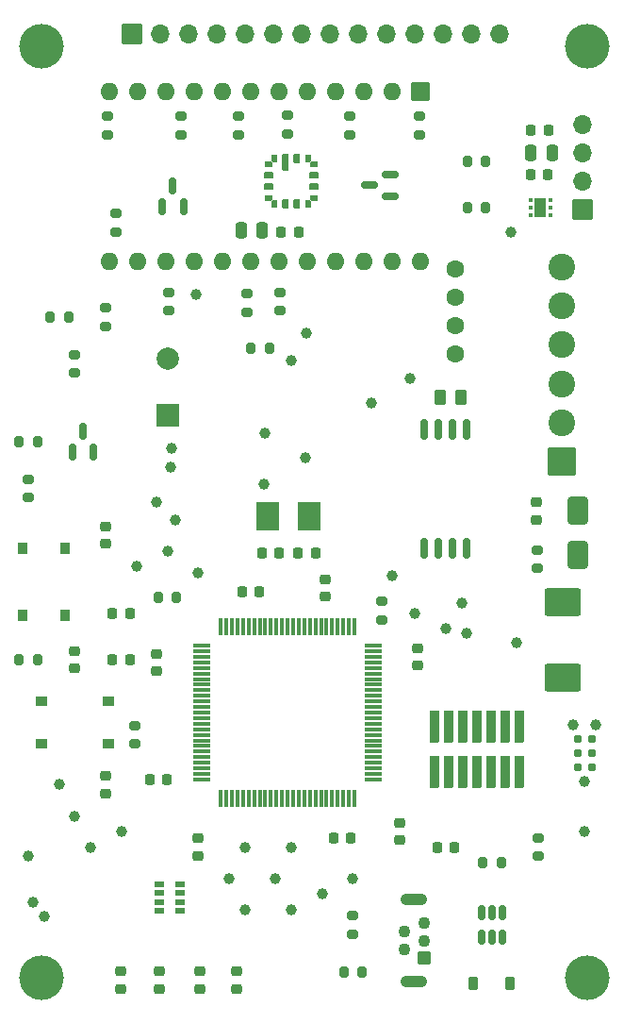
<source format=gbr>
%TF.GenerationSoftware,KiCad,Pcbnew,8.0.3-unknown-1000.20240606gitb882def.fc40*%
%TF.CreationDate,2024-06-07T20:27:57+10:00*%
%TF.ProjectId,l8-kicad,6c382d6b-6963-4616-942e-6b696361645f,1.00*%
%TF.SameCoordinates,Original*%
%TF.FileFunction,Soldermask,Top*%
%TF.FilePolarity,Negative*%
%FSLAX46Y46*%
G04 Gerber Fmt 4.6, Leading zero omitted, Abs format (unit mm)*
G04 Created by KiCad (PCBNEW 8.0.3-unknown-1000.20240606gitb882def.fc40) date 2024-06-07 20:27:57*
%MOMM*%
%LPD*%
G01*
G04 APERTURE LIST*
G04 Aperture macros list*
%AMRoundRect*
0 Rectangle with rounded corners*
0 $1 Rounding radius*
0 $2 $3 $4 $5 $6 $7 $8 $9 X,Y pos of 4 corners*
0 Add a 4 corners polygon primitive as box body*
4,1,4,$2,$3,$4,$5,$6,$7,$8,$9,$2,$3,0*
0 Add four circle primitives for the rounded corners*
1,1,$1+$1,$2,$3*
1,1,$1+$1,$4,$5*
1,1,$1+$1,$6,$7*
1,1,$1+$1,$8,$9*
0 Add four rect primitives between the rounded corners*
20,1,$1+$1,$2,$3,$4,$5,0*
20,1,$1+$1,$4,$5,$6,$7,0*
20,1,$1+$1,$6,$7,$8,$9,0*
20,1,$1+$1,$8,$9,$2,$3,0*%
%AMFreePoly0*
4,1,14,0.251194,0.355354,0.251216,0.355300,0.251216,-0.344700,0.251194,-0.344754,0.251140,-0.344776,-0.098860,-0.344776,-0.098914,-0.344754,-0.248914,-0.194754,-0.248936,-0.194700,-0.248936,0.355300,-0.248914,0.355354,-0.248860,0.355376,0.251140,0.355376,0.251194,0.355354,0.251194,0.355354,$1*%
%AMFreePoly1*
4,1,14,0.254054,0.355654,0.254076,0.355600,0.254076,-0.177800,0.254054,-0.177854,0.076254,-0.355654,0.076200,-0.355676,-0.254000,-0.355676,-0.254054,-0.355654,-0.254076,-0.355600,-0.254076,0.355600,-0.254054,0.355654,-0.254000,0.355676,0.254000,0.355676,0.254054,0.355654,0.254054,0.355654,$1*%
%AMFreePoly2*
4,1,14,0.254054,0.355654,0.254076,0.355600,0.254076,-0.355600,0.254054,-0.355654,0.254000,-0.355676,-0.254000,-0.355676,-0.254054,-0.355654,-0.254076,-0.355600,-0.254076,0.177800,-0.254054,0.177854,-0.076254,0.355654,-0.076200,0.355676,0.254000,0.355676,0.254054,0.355654,0.254054,0.355654,$1*%
%AMFreePoly3*
4,1,14,0.076254,0.355654,0.254054,0.177854,0.254076,0.177800,0.254076,-0.355600,0.254054,-0.355654,0.254000,-0.355676,-0.254000,-0.355676,-0.254054,-0.355654,-0.254076,-0.355600,-0.254076,0.355600,-0.254054,0.355654,-0.254000,0.355676,0.076200,0.355676,0.076254,0.355654,0.076254,0.355654,$1*%
%AMFreePoly4*
4,1,14,0.251194,0.344754,0.251216,0.344700,0.251216,-0.355300,0.251194,-0.355354,0.251140,-0.355376,-0.248860,-0.355376,-0.248914,-0.355354,-0.248936,-0.355300,-0.248936,0.194700,-0.248914,0.194754,-0.098914,0.344754,-0.098860,0.344776,0.251140,0.344776,0.251194,0.344754,0.251194,0.344754,$1*%
%AMFreePoly5*
4,1,14,0.071114,0.355654,0.248914,0.177854,0.248936,0.177800,0.248936,-0.355600,0.248914,-0.355654,0.248860,-0.355676,-0.259140,-0.355676,-0.259194,-0.355654,-0.259216,-0.355600,-0.259216,0.355600,-0.259194,0.355654,-0.259140,0.355676,0.071060,0.355676,0.071114,0.355654,0.071114,0.355654,$1*%
G04 Aperture macros list end*
%ADD10RoundRect,0.200038X0.275038X-0.200038X0.275038X0.200038X-0.275038X0.200038X-0.275038X-0.200038X0*%
%ADD11RoundRect,0.000076X0.550000X-0.550000X0.550000X0.550000X-0.550000X0.550000X-0.550000X-0.550000X0*%
%ADD12C,1.100152*%
%ADD13O,2.400152X1.100152*%
%ADD14RoundRect,0.000076X-1.000000X-1.200000X1.000000X-1.200000X1.000000X1.200000X-1.000000X1.200000X0*%
%ADD15RoundRect,0.200038X-0.200038X-0.275038X0.200038X-0.275038X0.200038X0.275038X-0.200038X0.275038X0*%
%ADD16RoundRect,0.225038X0.250038X-0.225038X0.250038X0.225038X-0.250038X0.225038X-0.250038X-0.225038X0*%
%ADD17RoundRect,0.000076X-0.500000X-0.375000X0.500000X-0.375000X0.500000X0.375000X-0.500000X0.375000X0*%
%ADD18RoundRect,0.225038X-0.250038X0.225038X-0.250038X-0.225038X0.250038X-0.225038X0.250038X0.225038X0*%
%ADD19C,0.990752*%
%ADD20C,0.787552*%
%ADD21RoundRect,0.225038X-0.225038X-0.250038X0.225038X-0.250038X0.225038X0.250038X-0.225038X0.250038X0*%
%ADD22RoundRect,0.218788X-0.256288X0.218788X-0.256288X-0.218788X0.256288X-0.218788X0.256288X0.218788X0*%
%ADD23RoundRect,0.200038X0.200038X0.275038X-0.200038X0.275038X-0.200038X-0.275038X0.200038X-0.275038X0*%
%ADD24RoundRect,0.225038X0.225038X0.250038X-0.225038X0.250038X-0.225038X-0.250038X0.225038X-0.250038X0*%
%ADD25C,1.000152*%
%ADD26RoundRect,0.150038X0.150038X-0.587538X0.150038X0.587538X-0.150038X0.587538X-0.150038X-0.587538X0*%
%ADD27RoundRect,0.150038X0.150038X-0.750038X0.150038X0.750038X-0.150038X0.750038X-0.150038X-0.750038X0*%
%ADD28RoundRect,0.075038X-0.075038X0.725038X-0.075038X-0.725038X0.075038X-0.725038X0.075038X0.725038X0*%
%ADD29RoundRect,0.075038X-0.725038X0.075038X-0.725038X-0.075038X0.725038X-0.075038X0.725038X0.075038X0*%
%ADD30RoundRect,0.200038X-0.275038X0.200038X-0.275038X-0.200038X0.275038X-0.200038X0.275038X0.200038X0*%
%ADD31RoundRect,0.225038X-0.225038X-0.375038X0.225038X-0.375038X0.225038X0.375038X-0.225038X0.375038X0*%
%ADD32RoundRect,0.000076X0.850000X-0.850000X0.850000X0.850000X-0.850000X0.850000X-0.850000X-0.850000X0*%
%ADD33O,1.700152X1.700152*%
%ADD34RoundRect,0.000076X0.850000X0.850000X-0.850000X0.850000X-0.850000X-0.850000X0.850000X-0.850000X0*%
%ADD35RoundRect,0.218788X0.256288X-0.218788X0.256288X0.218788X-0.256288X0.218788X-0.256288X-0.218788X0*%
%ADD36RoundRect,0.000076X-0.800000X0.800000X-0.800000X-0.800000X0.800000X-0.800000X0.800000X0.800000X0*%
%ADD37O,1.600152X1.600152*%
%ADD38RoundRect,0.000076X-0.381000X-1.397000X0.381000X-1.397000X0.381000X1.397000X-0.381000X1.397000X0*%
%ADD39RoundRect,0.000076X0.400000X0.250000X-0.400000X0.250000X-0.400000X-0.250000X0.400000X-0.250000X0*%
%ADD40RoundRect,0.000076X0.400000X0.200000X-0.400000X0.200000X-0.400000X-0.200000X0.400000X-0.200000X0*%
%ADD41RoundRect,0.000076X0.375000X-0.500000X0.375000X0.500000X-0.375000X0.500000X-0.375000X-0.500000X0*%
%ADD42RoundRect,0.250038X-0.250038X-0.475038X0.250038X-0.475038X0.250038X0.475038X-0.250038X0.475038X0*%
%ADD43RoundRect,0.250021X0.650055X-1.000055X0.650055X1.000055X-0.650055X1.000055X-0.650055X-1.000055X0*%
%ADD44RoundRect,0.150038X0.587538X0.150038X-0.587538X0.150038X-0.587538X-0.150038X0.587538X-0.150038X0*%
%ADD45RoundRect,0.150038X0.150038X-0.512538X0.150038X0.512538X-0.150038X0.512538X-0.150038X-0.512538X0*%
%ADD46C,4.000152*%
%ADD47RoundRect,0.250037X0.262539X0.450039X-0.262539X0.450039X-0.262539X-0.450039X0.262539X-0.450039X0*%
%ADD48RoundRect,0.000076X-0.254000X-0.698500X0.254000X-0.698500X0.254000X0.698500X-0.254000X0.698500X0*%
%ADD49FreePoly0,0.000000*%
%ADD50FreePoly1,90.000000*%
%ADD51RoundRect,0.000076X0.355600X-0.254000X0.355600X0.254000X-0.355600X0.254000X-0.355600X-0.254000X0*%
%ADD52FreePoly0,90.000000*%
%ADD53FreePoly2,0.000000*%
%ADD54RoundRect,0.000076X-0.254000X-0.355600X0.254000X-0.355600X0.254000X0.355600X-0.254000X0.355600X0*%
%ADD55FreePoly3,0.000000*%
%ADD56FreePoly4,90.000000*%
%ADD57FreePoly5,90.000000*%
%ADD58FreePoly1,0.000000*%
%ADD59RoundRect,0.250038X0.250038X0.475038X-0.250038X0.475038X-0.250038X-0.475038X0.250038X-0.475038X0*%
%ADD60RoundRect,0.250015X-1.400061X-1.000061X1.400061X-1.000061X1.400061X1.000061X-1.400061X1.000061X0*%
%ADD61C,1.600352*%
%ADD62RoundRect,0.093788X-0.093788X-0.106288X0.093788X-0.106288X0.093788X0.106288X-0.093788X0.106288X0*%
%ADD63RoundRect,0.000076X-0.500000X-0.800000X0.500000X-0.800000X0.500000X0.800000X-0.500000X0.800000X0*%
%ADD64RoundRect,0.000076X1.200000X-1.200000X1.200000X1.200000X-1.200000X1.200000X-1.200000X-1.200000X0*%
%ADD65C,2.400152*%
%ADD66RoundRect,0.000076X1.000000X-1.000000X1.000000X1.000000X-1.000000X1.000000X-1.000000X-1.000000X0*%
%ADD67C,2.000152*%
G04 APERTURE END LIST*
D10*
%TO.C,R45*%
X111600000Y-165575000D03*
X111600000Y-163925000D03*
%TD*%
D11*
%TO.C,J1*%
X137606363Y-184797119D03*
D12*
X135856363Y-183997119D03*
X137606363Y-183197119D03*
X135856363Y-182397119D03*
X137606363Y-181597119D03*
D13*
X136731363Y-186847119D03*
X136731363Y-179547119D03*
%TD*%
D14*
%TO.C,X1*%
X123600000Y-145150000D03*
X127300000Y-145150000D03*
%TD*%
D15*
%TO.C,R43*%
X101256311Y-158037226D03*
X102906311Y-158037226D03*
%TD*%
D16*
%TO.C,C20*%
X109020819Y-147622596D03*
X109020819Y-146072596D03*
%TD*%
D17*
%TO.C,SW1*%
X103243750Y-161753906D03*
X109243750Y-161753906D03*
X103243750Y-165503906D03*
X109243750Y-165503906D03*
%TD*%
D18*
%TO.C,C30*%
X128750000Y-150775000D03*
X128750000Y-152325000D03*
%TD*%
D19*
%TO.C,J7*%
X152034889Y-168966732D03*
X151018889Y-163886732D03*
X153050889Y-163886732D03*
D20*
X152669889Y-167696732D03*
X151399889Y-167696732D03*
X152669889Y-166426732D03*
X151399889Y-166426732D03*
X152669889Y-165156732D03*
X151399889Y-165156732D03*
%TD*%
D21*
%TO.C,C29*%
X109631311Y-158037226D03*
X111181311Y-158037226D03*
%TD*%
D18*
%TO.C,C23*%
X106241681Y-157260217D03*
X106241681Y-158810217D03*
%TD*%
D22*
%TO.C,FB1*%
X109016681Y-168435217D03*
X109016681Y-170010217D03*
%TD*%
D23*
%TO.C,R13*%
X143143689Y-117478399D03*
X141493689Y-117478399D03*
%TD*%
D24*
%TO.C,C5*%
X148775000Y-110550000D03*
X147225000Y-110550000D03*
%TD*%
D25*
%TO.C,TP4*%
X127057876Y-128670556D03*
%TD*%
D24*
%TO.C,C6*%
X140318689Y-174814337D03*
X138768689Y-174814337D03*
%TD*%
D21*
%TO.C,C16*%
X129475000Y-174050000D03*
X131025000Y-174050000D03*
%TD*%
D25*
%TO.C,TP3*%
X117100000Y-125200000D03*
%TD*%
%TO.C,TP34*%
X134700000Y-150500000D03*
%TD*%
%TO.C,TP31*%
X117300000Y-150200000D03*
%TD*%
%TO.C,TP30*%
X102050000Y-175600000D03*
%TD*%
%TO.C,TP22*%
X136767124Y-153837256D03*
%TD*%
%TO.C,TP9*%
X125667124Y-174813819D03*
%TD*%
%TO.C,TP1*%
X145400000Y-119650000D03*
%TD*%
D26*
%TO.C,Q5*%
X106015300Y-139384035D03*
X107915300Y-139384035D03*
X106965300Y-137509035D03*
%TD*%
D25*
%TO.C,TP17*%
X114850000Y-140700000D03*
%TD*%
D16*
%TO.C,C1*%
X135383319Y-174192908D03*
X135383319Y-172642908D03*
%TD*%
D25*
%TO.C,TP39*%
X102450000Y-179750000D03*
%TD*%
D27*
%TO.C,U2*%
X137645000Y-147975000D03*
X138915000Y-147975000D03*
X140185000Y-147975000D03*
X141455000Y-147975000D03*
X141455000Y-137325000D03*
X140185000Y-137325000D03*
X138915000Y-137325000D03*
X137645000Y-137325000D03*
%TD*%
D28*
%TO.C,U3*%
X131350000Y-155075000D03*
X130850000Y-155075000D03*
X130350000Y-155075000D03*
X129850000Y-155075000D03*
X129350000Y-155075000D03*
X128850000Y-155075000D03*
X128350000Y-155075000D03*
X127850000Y-155075000D03*
X127350000Y-155075000D03*
X126850000Y-155075000D03*
X126350000Y-155075000D03*
X125850000Y-155075000D03*
X125350000Y-155075000D03*
X124850000Y-155075000D03*
X124350000Y-155075000D03*
X123850000Y-155075000D03*
X123350000Y-155075000D03*
X122850000Y-155075000D03*
X122350000Y-155075000D03*
X121850000Y-155075000D03*
X121350000Y-155075000D03*
X120850000Y-155075000D03*
X120350000Y-155075000D03*
X119850000Y-155075000D03*
X119350000Y-155075000D03*
D29*
X117675000Y-156750000D03*
X117675000Y-157250000D03*
X117675000Y-157750000D03*
X117675000Y-158250000D03*
X117675000Y-158750000D03*
X117675000Y-159250000D03*
X117675000Y-159750000D03*
X117675000Y-160250000D03*
X117675000Y-160750000D03*
X117675000Y-161250000D03*
X117675000Y-161750000D03*
X117675000Y-162250000D03*
X117675000Y-162750000D03*
X117675000Y-163250000D03*
X117675000Y-163750000D03*
X117675000Y-164250000D03*
X117675000Y-164750000D03*
X117675000Y-165250000D03*
X117675000Y-165750000D03*
X117675000Y-166250000D03*
X117675000Y-166750000D03*
X117675000Y-167250000D03*
X117675000Y-167750000D03*
X117675000Y-168250000D03*
X117675000Y-168750000D03*
D28*
X119350000Y-170425000D03*
X119850000Y-170425000D03*
X120350000Y-170425000D03*
X120850000Y-170425000D03*
X121350000Y-170425000D03*
X121850000Y-170425000D03*
X122350000Y-170425000D03*
X122850000Y-170425000D03*
X123350000Y-170425000D03*
X123850000Y-170425000D03*
X124350000Y-170425000D03*
X124850000Y-170425000D03*
X125350000Y-170425000D03*
X125850000Y-170425000D03*
X126350000Y-170425000D03*
X126850000Y-170425000D03*
X127350000Y-170425000D03*
X127850000Y-170425000D03*
X128350000Y-170425000D03*
X128850000Y-170425000D03*
X129350000Y-170425000D03*
X129850000Y-170425000D03*
X130350000Y-170425000D03*
X130850000Y-170425000D03*
X131350000Y-170425000D03*
D29*
X133025000Y-168750000D03*
X133025000Y-168250000D03*
X133025000Y-167750000D03*
X133025000Y-167250000D03*
X133025000Y-166750000D03*
X133025000Y-166250000D03*
X133025000Y-165750000D03*
X133025000Y-165250000D03*
X133025000Y-164750000D03*
X133025000Y-164250000D03*
X133025000Y-163750000D03*
X133025000Y-163250000D03*
X133025000Y-162750000D03*
X133025000Y-162250000D03*
X133025000Y-161750000D03*
X133025000Y-161250000D03*
X133025000Y-160750000D03*
X133025000Y-160250000D03*
X133025000Y-159750000D03*
X133025000Y-159250000D03*
X133025000Y-158750000D03*
X133025000Y-158250000D03*
X133025000Y-157750000D03*
X133025000Y-157250000D03*
X133025000Y-156750000D03*
%TD*%
D30*
%TO.C,R3*%
X109950000Y-118000000D03*
X109950000Y-119650000D03*
%TD*%
D25*
%TO.C,TP21*%
X139545376Y-155240869D03*
%TD*%
D31*
%TO.C,D12*%
X142000000Y-187050000D03*
X145300000Y-187050000D03*
%TD*%
D10*
%TO.C,R29*%
X133800000Y-154425000D03*
X133800000Y-152775000D03*
%TD*%
D30*
%TO.C,R39*%
X137200000Y-109250000D03*
X137200000Y-110900000D03*
%TD*%
D32*
%TO.C,J2*%
X111340000Y-101880000D03*
D33*
X113880000Y-101880000D03*
X116420000Y-101880000D03*
X118960000Y-101880000D03*
X121500000Y-101880000D03*
X124040000Y-101880000D03*
X126580000Y-101880000D03*
X129120000Y-101880000D03*
X131660000Y-101880000D03*
X134200000Y-101880000D03*
X136740000Y-101880000D03*
X139280000Y-101880000D03*
X141820000Y-101880000D03*
X144360000Y-101880000D03*
%TD*%
D21*
%TO.C,C4*%
X147200000Y-114450000D03*
X148750000Y-114450000D03*
%TD*%
D25*
%TO.C,TP12*%
X123350000Y-137700000D03*
%TD*%
D34*
%TO.C,PS1*%
X151850000Y-117650000D03*
D33*
X151850000Y-115110000D03*
X151850000Y-112570000D03*
X151850000Y-110030000D03*
%TD*%
D30*
%TO.C,R10*%
X109016681Y-126444592D03*
X109016681Y-128094592D03*
%TD*%
D35*
%TO.C,D4*%
X110400000Y-187537500D03*
X110400000Y-185962500D03*
%TD*%
D25*
%TO.C,TP32*%
X114567124Y-148243506D03*
%TD*%
%TO.C,TP40*%
X121504624Y-174813819D03*
%TD*%
D36*
%TO.C,U4*%
X137299100Y-107075000D03*
D37*
X134759100Y-107075000D03*
X132219100Y-107075000D03*
X129679100Y-107075000D03*
X127139100Y-107075000D03*
X124599100Y-107075000D03*
X122059100Y-107075000D03*
X119519100Y-107075000D03*
X116979100Y-107075000D03*
X114439100Y-107075000D03*
X111899100Y-107075000D03*
X109359100Y-107075000D03*
X109359100Y-122315000D03*
X111899100Y-122315000D03*
X114439100Y-122315000D03*
X116979100Y-122315000D03*
X119519100Y-122315000D03*
X122059100Y-122315000D03*
X124599100Y-122315000D03*
X127139100Y-122315000D03*
X129679100Y-122315000D03*
X132219100Y-122315000D03*
X134759100Y-122315000D03*
X137299100Y-122315000D03*
%TD*%
D38*
%TO.C,J4*%
X146187375Y-168075701D03*
X146187375Y-164011701D03*
X144917375Y-168075701D03*
X144917375Y-164011701D03*
X143647375Y-168075701D03*
X143647375Y-164011701D03*
X142377375Y-168075701D03*
X142377375Y-164011701D03*
X141107375Y-168075701D03*
X141107375Y-164011701D03*
X139837375Y-168075701D03*
X139837375Y-164011701D03*
X138567375Y-168075701D03*
X138567375Y-164011701D03*
%TD*%
D39*
%TO.C,RN2*%
X115650000Y-180550000D03*
D40*
X115650000Y-179750000D03*
X115650000Y-178950000D03*
D39*
X115650000Y-178150000D03*
X113850000Y-178150000D03*
D40*
X113850000Y-178950000D03*
X113850000Y-179750000D03*
D39*
X113850000Y-180550000D03*
%TD*%
D18*
%TO.C,C12*%
X113550000Y-157475000D03*
X113550000Y-159025000D03*
%TD*%
D25*
%TO.C,TP38*%
X111791163Y-149646157D03*
%TD*%
D21*
%TO.C,C14*%
X123025000Y-148400000D03*
X124575000Y-148400000D03*
%TD*%
D25*
%TO.C,TP35*%
X110407876Y-173420556D03*
%TD*%
D15*
%TO.C,R33*%
X101256311Y-138459101D03*
X102906311Y-138459101D03*
%TD*%
D41*
%TO.C,SW2*%
X101593750Y-154042969D03*
X101593750Y-148042969D03*
X105343750Y-154042969D03*
X105343750Y-148042969D03*
%TD*%
D25*
%TO.C,TP2*%
X132900000Y-134950000D03*
%TD*%
D42*
%TO.C,C7*%
X147200000Y-112550000D03*
X149100000Y-112550000D03*
%TD*%
D25*
%TO.C,TP10*%
X131216163Y-177614907D03*
%TD*%
%TO.C,TP8*%
X124282876Y-177615869D03*
%TD*%
D30*
%TO.C,R38*%
X120950000Y-109250000D03*
X120950000Y-110900000D03*
%TD*%
%TO.C,R37*%
X115762500Y-109250000D03*
X115762500Y-110900000D03*
%TD*%
D21*
%TO.C,C2*%
X124775000Y-119675000D03*
X126325000Y-119675000D03*
%TD*%
D25*
%TO.C,TP27*%
X145950000Y-156450000D03*
%TD*%
%TO.C,TP20*%
X141400000Y-155650000D03*
%TD*%
D26*
%TO.C,Q4*%
X114100000Y-117387500D03*
X116000000Y-117387500D03*
X115050000Y-115512500D03*
%TD*%
D15*
%TO.C,R2*%
X141493811Y-113287226D03*
X143143811Y-113287226D03*
%TD*%
D30*
%TO.C,R12*%
X106241681Y-130639904D03*
X106241681Y-132289904D03*
%TD*%
D25*
%TO.C,TP18*%
X115250000Y-145450000D03*
%TD*%
%TO.C,TP16*%
X114950000Y-139050000D03*
%TD*%
%TO.C,TP25*%
X106241163Y-172021157D03*
%TD*%
D35*
%TO.C,D1*%
X147700000Y-145475000D03*
X147700000Y-143900000D03*
%TD*%
D25*
%TO.C,TP5*%
X125650000Y-131150000D03*
%TD*%
D30*
%TO.C,R35*%
X147866681Y-173991467D03*
X147866681Y-175641467D03*
%TD*%
D21*
%TO.C,C11*%
X121275000Y-151950000D03*
X122825000Y-151950000D03*
%TD*%
D30*
%TO.C,R7*%
X121700000Y-125175000D03*
X121700000Y-126825000D03*
%TD*%
D43*
%TO.C,D2*%
X151450000Y-148650000D03*
X151450000Y-144650000D03*
%TD*%
D44*
%TO.C,Q1*%
X134587500Y-116400000D03*
X134587500Y-114500000D03*
X132712500Y-115450000D03*
%TD*%
D21*
%TO.C,C15*%
X112975000Y-168750000D03*
X114525000Y-168750000D03*
%TD*%
D30*
%TO.C,R32*%
X102079181Y-141827404D03*
X102079181Y-143477404D03*
%TD*%
D45*
%TO.C,D10*%
X142786041Y-182940127D03*
X143736041Y-182940127D03*
X144686041Y-182940127D03*
X144686041Y-180665127D03*
X143736041Y-180665127D03*
X142786041Y-180665127D03*
%TD*%
D46*
%TO.C,H3*%
X103250000Y-186500000D03*
%TD*%
D15*
%TO.C,R36*%
X113743811Y-152443476D03*
X115393811Y-152443476D03*
%TD*%
D25*
%TO.C,TP33*%
X141000000Y-152900000D03*
%TD*%
D47*
%TO.C,R1*%
X140912500Y-134450000D03*
X139087500Y-134450000D03*
%TD*%
D35*
%TO.C,D5*%
X113850000Y-187537500D03*
X113850000Y-185962500D03*
%TD*%
D25*
%TO.C,TP24*%
X104853663Y-169224282D03*
%TD*%
D48*
%TO.C,U5*%
X125199620Y-113373200D03*
D49*
X124200000Y-113025000D03*
D50*
X123655300Y-113573860D03*
D51*
X123655300Y-114574620D03*
X123655300Y-115575380D03*
D52*
X123655300Y-116576140D03*
D53*
X124198860Y-117119700D03*
D54*
X125199620Y-117119700D03*
X126200380Y-117119700D03*
D55*
X127201140Y-117119700D03*
D56*
X127744700Y-116576140D03*
D51*
X127744700Y-115575380D03*
X127744700Y-114574620D03*
D57*
X127744700Y-113573860D03*
D58*
X127201140Y-113030300D03*
D54*
X126200380Y-113030300D03*
%TD*%
D25*
%TO.C,TP36*%
X107629624Y-174813819D03*
%TD*%
D30*
%TO.C,R15*%
X124700000Y-125050000D03*
X124700000Y-126700000D03*
%TD*%
D10*
%TO.C,R4*%
X147750000Y-149800000D03*
X147750000Y-148150000D03*
%TD*%
D30*
%TO.C,R14*%
X109200000Y-109250000D03*
X109200000Y-110900000D03*
%TD*%
D25*
%TO.C,TP26*%
X120117124Y-177610694D03*
%TD*%
D10*
%TO.C,R27*%
X125350000Y-110825000D03*
X125350000Y-109175000D03*
%TD*%
D21*
%TO.C,C9*%
X109631311Y-153841913D03*
X111181311Y-153841913D03*
%TD*%
D59*
%TO.C,C10*%
X123100000Y-119475000D03*
X121200000Y-119475000D03*
%TD*%
D25*
%TO.C,TP14*%
X123250000Y-142250000D03*
%TD*%
%TO.C,TP19*%
X128442124Y-179009131D03*
%TD*%
D23*
%TO.C,R9*%
X105681189Y-127267462D03*
X104031189Y-127267462D03*
%TD*%
D46*
%TO.C,H2*%
X152250000Y-103000000D03*
%TD*%
D25*
%TO.C,TP37*%
X113550000Y-143900000D03*
%TD*%
%TO.C,TP11*%
X125671337Y-180408530D03*
%TD*%
D35*
%TO.C,D6*%
X117450000Y-187537500D03*
X117450000Y-185962500D03*
%TD*%
D25*
%TO.C,TP15*%
X121504624Y-180407569D03*
%TD*%
D15*
%TO.C,R5*%
X142881311Y-176216913D03*
X144531311Y-176216913D03*
%TD*%
D30*
%TO.C,R17*%
X131216681Y-180983654D03*
X131216681Y-182633654D03*
%TD*%
D60*
%TO.C,D3*%
X150100000Y-152850000D03*
X150100000Y-159650000D03*
%TD*%
D25*
%TO.C,TP6*%
X136350000Y-132750000D03*
%TD*%
%TO.C,TP13*%
X126950000Y-139850000D03*
%TD*%
D35*
%TO.C,D11*%
X120800000Y-187537500D03*
X120800000Y-185962500D03*
%TD*%
D10*
%TO.C,R28*%
X130950000Y-110900000D03*
X130950000Y-109250000D03*
%TD*%
D25*
%TO.C,TP29*%
X103500001Y-181050000D03*
%TD*%
D46*
%TO.C,H4*%
X152250000Y-186500000D03*
%TD*%
D25*
%TO.C,TP28*%
X152033837Y-173416343D03*
%TD*%
D24*
%TO.C,C13*%
X127850000Y-148400000D03*
X126300000Y-148400000D03*
%TD*%
D61*
%TO.C,U1*%
X140375000Y-122940000D03*
X140375000Y-125480000D03*
X140375000Y-128020000D03*
X140375000Y-130560000D03*
%TD*%
D15*
%TO.C,R8*%
X122068811Y-130068476D03*
X123718811Y-130068476D03*
%TD*%
D16*
%TO.C,C17*%
X137050000Y-158525000D03*
X137050000Y-156975000D03*
%TD*%
D62*
%TO.C,U22*%
X147150000Y-116787500D03*
X147150000Y-117437500D03*
X147150000Y-118087500D03*
X148925000Y-118087500D03*
X148925000Y-117437500D03*
X148925000Y-116787500D03*
D63*
X148037500Y-117437500D03*
%TD*%
D10*
%TO.C,R11*%
X114700000Y-126700000D03*
X114700000Y-125050000D03*
%TD*%
D18*
%TO.C,C8*%
X117341681Y-174041467D03*
X117341681Y-175591467D03*
%TD*%
D64*
%TO.C,J3*%
X150000000Y-140250000D03*
D65*
X150000000Y-136750000D03*
X150000000Y-133250000D03*
X150000000Y-129750000D03*
X150000000Y-126250000D03*
X150000000Y-122750000D03*
%TD*%
D23*
%TO.C,R16*%
X132043689Y-186001837D03*
X130393689Y-186001837D03*
%TD*%
D46*
%TO.C,H1*%
X103250000Y-103000000D03*
%TD*%
D66*
%TO.C,BZ1*%
X114568750Y-136040163D03*
D67*
X114568750Y-131040163D03*
%TD*%
M02*

</source>
